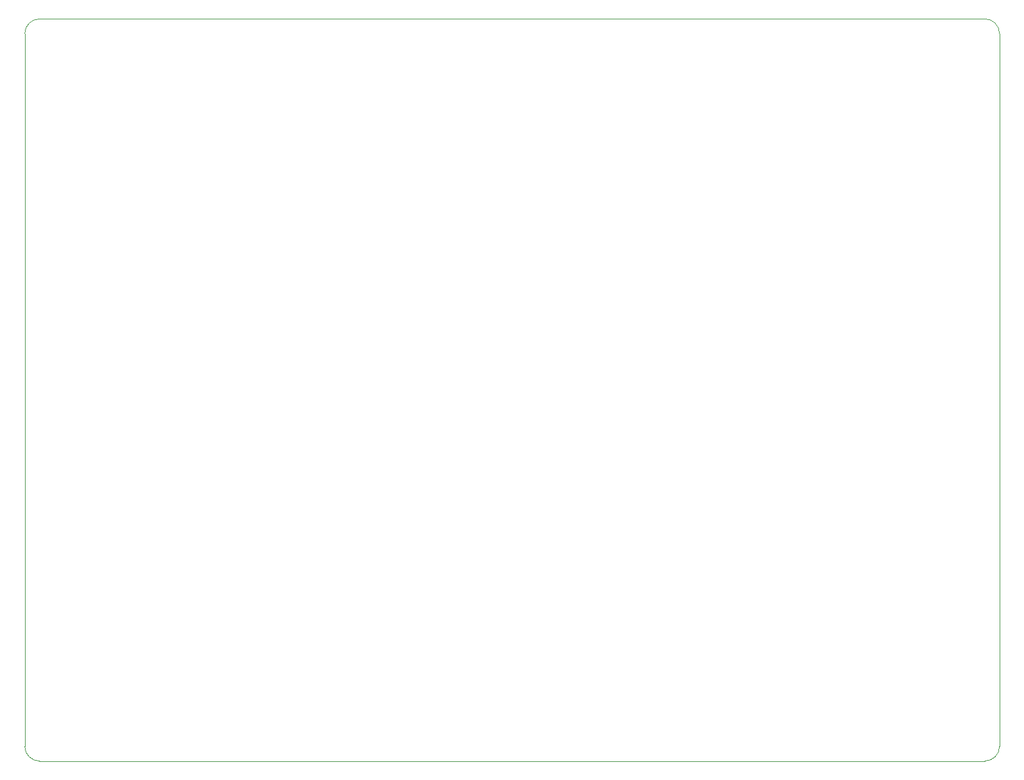
<source format=gbr>
%TF.GenerationSoftware,KiCad,Pcbnew,7.0.8*%
%TF.CreationDate,2023-11-26T15:41:55+00:00*%
%TF.ProjectId,relaybox_indicator_leds,72656c61-7962-46f7-985f-696e64696361,rev?*%
%TF.SameCoordinates,Original*%
%TF.FileFunction,Profile,NP*%
%FSLAX46Y46*%
G04 Gerber Fmt 4.6, Leading zero omitted, Abs format (unit mm)*
G04 Created by KiCad (PCBNEW 7.0.8) date 2023-11-26 15:41:55*
%MOMM*%
%LPD*%
G01*
G04 APERTURE LIST*
%TA.AperFunction,Profile*%
%ADD10C,0.100000*%
%TD*%
G04 APERTURE END LIST*
D10*
X158300000Y-33300000D02*
G75*
G03*
X156300000Y-31300000I-2000000J0D01*
G01*
X26200001Y-129999999D02*
X26200000Y-33300000D01*
X28200000Y-31300000D02*
G75*
G03*
X26200000Y-33300000I0J-2000000D01*
G01*
X26200001Y-129999999D02*
G75*
G03*
X28200001Y-131999999I1999999J-1D01*
G01*
X156299999Y-131999999D02*
G75*
G03*
X158299999Y-129999999I1J1999999D01*
G01*
X158300000Y-33300000D02*
X158299999Y-129999999D01*
X28200000Y-31300000D02*
X156300000Y-31300000D01*
X156299999Y-131999999D02*
X28200001Y-131999999D01*
M02*

</source>
